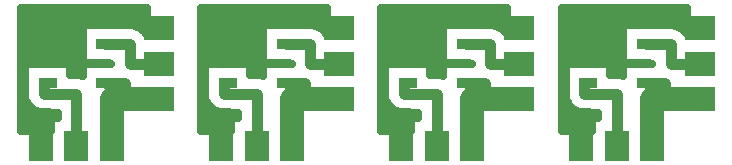
<source format=gbr>
G04 DipTrace 3.0.0.2*
G04 TopPanel.gbr*
%MOIN*%
G04 #@! TF.FileFunction,Copper,L1,Top*
G04 #@! TF.Part,Single*
G04 #@! TA.AperFunction,Conductor*
%ADD14C,0.035433*%
%ADD15C,0.07874*%
G04 #@! TA.AperFunction,CopperBalancing*
%ADD16C,0.025*%
%ADD17R,0.07874X0.098425*%
%ADD18R,0.098425X0.07874*%
%ADD19R,0.059055X0.035433*%
%FSLAX26Y26*%
G04*
G70*
G90*
G75*
G01*
G04 Top*
%LPD*%
X687008Y783465D2*
D14*
X769685D1*
Y718504D1*
X866142D1*
X494094Y653543D2*
X488189D1*
X590551Y442913D2*
Y618110D1*
X482283D1*
Y653543D1*
X494094D1*
X708661Y442913D2*
D15*
Y600394D1*
X751969D1*
X866142D1*
X687008Y653543D2*
D14*
X751969D1*
Y600394D1*
X408701Y879954D2*
D16*
X821596D1*
X408701Y855085D2*
X821596D1*
X408701Y830217D2*
X609975D1*
X813950D2*
X821641D1*
X408701Y805348D2*
X609975D1*
X408701Y780479D2*
X609975D1*
X408701Y755610D2*
X609975D1*
X408701Y730741D2*
X609975D1*
X408701Y705873D2*
X417055D1*
X571128D2*
X609975D1*
X408701Y681004D2*
X417055D1*
X571128D2*
X609975D1*
X408701Y656135D2*
X417055D1*
X408701Y631266D2*
X417055D1*
X408701Y606398D2*
X417055D1*
X408701Y581529D2*
X428872D1*
X408701Y556660D2*
X467348D1*
X408701Y531791D2*
X503676D1*
X408701Y506923D2*
X503676D1*
X518685Y537122D2*
X527816D1*
X527838Y555365D1*
X477363Y555591D1*
X467643Y557130D1*
X458284Y560171D1*
X449516Y564639D1*
X441555Y570423D1*
X434596Y577382D1*
X428812Y585343D1*
X426253Y589971D1*
X419571Y590831D1*
Y716256D1*
X568618D1*
Y680855D1*
X595472Y680630D1*
X605191Y679090D1*
X610273Y677627D1*
X612484Y678331D1*
Y716256D1*
X707064D1*
X706985Y718831D1*
X699508Y716256D1*
X706979D1*
X699032Y720752D1*
X612484D1*
Y846177D1*
X774605Y845984D1*
X784325Y844444D1*
X793684Y841404D1*
X802452Y836936D1*
X810414Y831152D1*
X817372Y824193D1*
X823156Y816232D1*
X824114Y820472D1*
Y902854D1*
X654465Y903492D1*
X406178Y904759D1*
X406201Y492815D1*
X506167D1*
X506185Y537122D1*
X518685D1*
D17*
X708661Y442913D3*
X590551D3*
X472441D3*
D18*
X866142Y600394D3*
Y718504D3*
Y836614D3*
D19*
X494094Y783465D3*
Y653543D3*
X687008Y783465D3*
Y653543D3*
X1287402Y783465D2*
D14*
X1370079D1*
Y718504D1*
X1466535D1*
X1094488Y653543D2*
X1088583D1*
X1190945Y442913D2*
Y618110D1*
X1082677D1*
Y653543D1*
X1094488D1*
X1309055Y442913D2*
D15*
Y600394D1*
X1352362D1*
X1466535D1*
X1287402Y653543D2*
D14*
X1352362D1*
Y600394D1*
X1009094Y879954D2*
D16*
X1421990D1*
X1009094Y855085D2*
X1421990D1*
X1009094Y830217D2*
X1210369D1*
X1414344D2*
X1422035D1*
X1009094Y805348D2*
X1210369D1*
X1009094Y780479D2*
X1210369D1*
X1009094Y755610D2*
X1210369D1*
X1009094Y730741D2*
X1210369D1*
X1009094Y705873D2*
X1017449D1*
X1171521D2*
X1210369D1*
X1009094Y681004D2*
X1017449D1*
X1171521D2*
X1210369D1*
X1009094Y656135D2*
X1017449D1*
X1009094Y631266D2*
X1017449D1*
X1009094Y606398D2*
X1017449D1*
X1009094Y581529D2*
X1029265D1*
X1009094Y556660D2*
X1067742D1*
X1009094Y531791D2*
X1104070D1*
X1009094Y506923D2*
X1104070D1*
X1119079Y537122D2*
X1128210D1*
X1128232Y555365D1*
X1077757Y555591D1*
X1068037Y557130D1*
X1058678Y560171D1*
X1049910Y564639D1*
X1041949Y570423D1*
X1034990Y577382D1*
X1029206Y585343D1*
X1026647Y589971D1*
X1019965Y590831D1*
Y716256D1*
X1169012D1*
Y680855D1*
X1195865Y680630D1*
X1205585Y679090D1*
X1210667Y677627D1*
X1212878Y678331D1*
Y716256D1*
X1307458D1*
X1307379Y718831D1*
X1299902Y716256D1*
X1307372D1*
X1299425Y720752D1*
X1212878D1*
Y846177D1*
X1374999Y845984D1*
X1384719Y844444D1*
X1394078Y841404D1*
X1402846Y836936D1*
X1410807Y831152D1*
X1417766Y824193D1*
X1423550Y816232D1*
X1424508Y820472D1*
Y902854D1*
X1254859Y903492D1*
X1006571Y904759D1*
X1006594Y492815D1*
X1106560D1*
X1106579Y537122D1*
X1119079D1*
D17*
X1309055Y442913D3*
X1190945D3*
X1072835D3*
D18*
X1466535Y600394D3*
Y718504D3*
Y836614D3*
D19*
X1094488Y783465D3*
Y653543D3*
X1287402Y783465D3*
Y653543D3*
X1887795Y783465D2*
D14*
X1970472D1*
Y718504D1*
X2066929D1*
X1694882Y653543D2*
X1688976D1*
X1791339Y442913D2*
Y618110D1*
X1683071D1*
Y653543D1*
X1694882D1*
X1909449Y442913D2*
D15*
Y600394D1*
X1952756D1*
X2066929D1*
X1887795Y653543D2*
D14*
X1952756D1*
Y600394D1*
X1609488Y879954D2*
D16*
X2022384D1*
X1609488Y855085D2*
X2022384D1*
X1609488Y830217D2*
X1810763D1*
X2014737D2*
X2022429D1*
X1609488Y805348D2*
X1810763D1*
X1609488Y780479D2*
X1810763D1*
X1609488Y755610D2*
X1810763D1*
X1609488Y730741D2*
X1810763D1*
X1609488Y705873D2*
X1617843D1*
X1771915D2*
X1810763D1*
X1609488Y681004D2*
X1617843D1*
X1771915D2*
X1810763D1*
X1609488Y656135D2*
X1617843D1*
X1609488Y631266D2*
X1617843D1*
X1609488Y606398D2*
X1617843D1*
X1609488Y581529D2*
X1629659D1*
X1609488Y556660D2*
X1668136D1*
X1609488Y531791D2*
X1704464D1*
X1609488Y506923D2*
X1704464D1*
X1719472Y537122D2*
X1728603D1*
X1728626Y555365D1*
X1678150Y555591D1*
X1668431Y557130D1*
X1659072Y560171D1*
X1650304Y564639D1*
X1642342Y570423D1*
X1635384Y577382D1*
X1629599Y585343D1*
X1627040Y589971D1*
X1620358Y590831D1*
Y716256D1*
X1769406D1*
Y680855D1*
X1796259Y680630D1*
X1805979Y679090D1*
X1811061Y677627D1*
X1813272Y678331D1*
Y716256D1*
X1907852D1*
X1907773Y718831D1*
X1900295Y716256D1*
X1907766D1*
X1899819Y720752D1*
X1813272D1*
Y846177D1*
X1975393Y845984D1*
X1985112Y844444D1*
X1994472Y841404D1*
X2003240Y836936D1*
X2011201Y831152D1*
X2018160Y824193D1*
X2023944Y816232D1*
X2024901Y820472D1*
X2024902Y902854D1*
X1855253Y903492D1*
X1606965Y904759D1*
X1606988Y492815D1*
X1706954D1*
X1706972Y537122D1*
X1719472D1*
D17*
X1909449Y442913D3*
X1791339D3*
X1673228D3*
D18*
X2066929Y600394D3*
Y718504D3*
Y836614D3*
D19*
X1694882Y783465D3*
Y653543D3*
X1887795Y783465D3*
Y653543D3*
X2488189Y783465D2*
D14*
X2570866D1*
Y718504D1*
X2667323D1*
X2295276Y653543D2*
X2289370D1*
X2391732Y442913D2*
Y618110D1*
X2283465D1*
Y653543D1*
X2295276D1*
X2509843Y442913D2*
D15*
Y600394D1*
X2553150D1*
X2667323D1*
X2488189Y653543D2*
D14*
X2553150D1*
Y600394D1*
X2209882Y879954D2*
D16*
X2622777D1*
X2209882Y855085D2*
X2622777D1*
X2209882Y830217D2*
X2411156D1*
X2615131D2*
X2622822D1*
X2209882Y805348D2*
X2411156D1*
X2209882Y780479D2*
X2411156D1*
X2209882Y755610D2*
X2411156D1*
X2209882Y730741D2*
X2411156D1*
X2209882Y705873D2*
X2218236D1*
X2372309D2*
X2411156D1*
X2209882Y681004D2*
X2218236D1*
X2372309D2*
X2411156D1*
X2209882Y656135D2*
X2218236D1*
X2209882Y631266D2*
X2218236D1*
X2209882Y606398D2*
X2218236D1*
X2209882Y581529D2*
X2230053D1*
X2209882Y556660D2*
X2268529D1*
X2209882Y531791D2*
X2304857D1*
X2209882Y506923D2*
X2304857D1*
X2319866Y537122D2*
X2328997D1*
X2329020Y555365D1*
X2278544Y555591D1*
X2268825Y557130D1*
X2259465Y560171D1*
X2250697Y564639D1*
X2242736Y570423D1*
X2235777Y577382D1*
X2229993Y585343D1*
X2227434Y589971D1*
X2220752Y590831D1*
Y716256D1*
X2369799D1*
Y680855D1*
X2396653Y680630D1*
X2406372Y679090D1*
X2411454Y677627D1*
X2413665Y678331D1*
Y716256D1*
X2508246D1*
X2508166Y718831D1*
X2500689Y716256D1*
X2508160D1*
X2500213Y720752D1*
X2413665D1*
Y846177D1*
X2575787Y845984D1*
X2585506Y844444D1*
X2594865Y841404D1*
X2603633Y836936D1*
X2611595Y831152D1*
X2618553Y824193D1*
X2624337Y816232D1*
X2625295Y820472D1*
Y902854D1*
X2455647Y903492D1*
X2207359Y904759D1*
X2207382Y492815D1*
X2307348D1*
X2307366Y537122D1*
X2319866D1*
D17*
X2509843Y442913D3*
X2391732D3*
X2273622D3*
D18*
X2667323Y600394D3*
Y718504D3*
Y836614D3*
D19*
X2295276Y783465D3*
Y653543D3*
X2488189Y783465D3*
Y653543D3*
M02*

</source>
